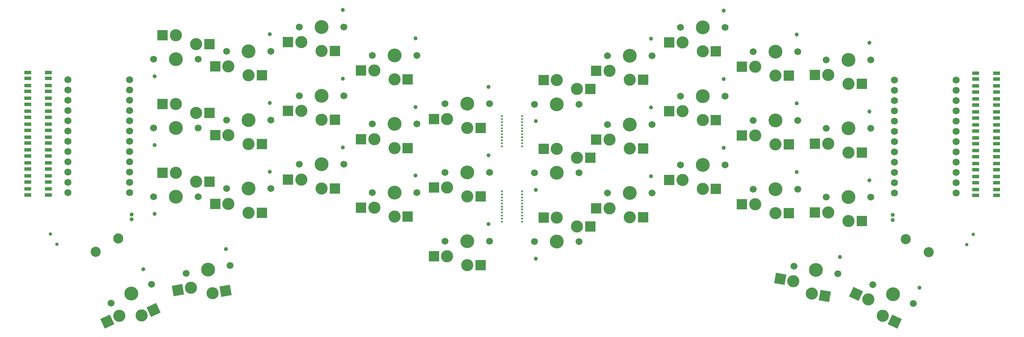
<source format=gbs>
G04 #@! TF.GenerationSoftware,KiCad,Pcbnew,7.0.6*
G04 #@! TF.CreationDate,2024-10-08T23:05:02+02:00*
G04 #@! TF.ProjectId,KoalaKeeb_v1,4b6f616c-614b-4656-9562-5f76312e6b69,rev?*
G04 #@! TF.SameCoordinates,Original*
G04 #@! TF.FileFunction,Soldermask,Bot*
G04 #@! TF.FilePolarity,Negative*
%FSLAX46Y46*%
G04 Gerber Fmt 4.6, Leading zero omitted, Abs format (unit mm)*
G04 Created by KiCad (PCBNEW 7.0.6) date 2024-10-08 23:05:02*
%MOMM*%
%LPD*%
G01*
G04 APERTURE LIST*
G04 Aperture macros list*
%AMRoundRect*
0 Rectangle with rounded corners*
0 $1 Rounding radius*
0 $2 $3 $4 $5 $6 $7 $8 $9 X,Y pos of 4 corners*
0 Add a 4 corners polygon primitive as box body*
4,1,4,$2,$3,$4,$5,$6,$7,$8,$9,$2,$3,0*
0 Add four circle primitives for the rounded corners*
1,1,$1+$1,$2,$3*
1,1,$1+$1,$4,$5*
1,1,$1+$1,$6,$7*
1,1,$1+$1,$8,$9*
0 Add four rect primitives between the rounded corners*
20,1,$1+$1,$2,$3,$4,$5,0*
20,1,$1+$1,$4,$5,$6,$7,0*
20,1,$1+$1,$6,$7,$8,$9,0*
20,1,$1+$1,$8,$9,$2,$3,0*%
%AMRotRect*
0 Rectangle, with rotation*
0 The origin of the aperture is its center*
0 $1 length*
0 $2 width*
0 $3 Rotation angle, in degrees counterclockwise*
0 Add horizontal line*
21,1,$1,$2,0,0,$3*%
G04 Aperture macros list end*
%ADD10C,0.500000*%
%ADD11C,1.701800*%
%ADD12C,3.000000*%
%ADD13C,3.429000*%
%ADD14C,0.990600*%
%ADD15R,2.600000X2.600000*%
%ADD16C,1.000000*%
%ADD17RotRect,2.600000X2.600000X350.000000*%
%ADD18C,2.500000*%
%ADD19RotRect,2.600000X2.600000X10.000000*%
%ADD20RotRect,2.600000X2.600000X25.000000*%
%ADD21C,0.850000*%
%ADD22RotRect,2.600000X2.600000X335.000000*%
%ADD23C,1.752600*%
%ADD24R,1.700000X0.820000*%
%ADD25RoundRect,0.205000X0.645000X0.205000X-0.645000X0.205000X-0.645000X-0.205000X0.645000X-0.205000X0*%
%ADD26RoundRect,0.205000X-0.645000X-0.205000X0.645000X-0.205000X0.645000X0.205000X-0.645000X0.205000X0*%
G04 APERTURE END LIST*
D10*
X149100000Y-81240000D03*
X154100000Y-81240000D03*
X149100000Y-80490000D03*
X149100000Y-80490000D03*
X154100000Y-80490000D03*
X154100000Y-80490000D03*
X149100000Y-79740000D03*
X154100000Y-79740000D03*
X149100000Y-78990000D03*
X154100000Y-78990000D03*
X149100000Y-78240000D03*
X154100000Y-78240000D03*
X149100000Y-77490000D03*
X154100000Y-77490000D03*
X149100000Y-76740000D03*
X154100000Y-76740000D03*
X149100000Y-75990000D03*
X154100000Y-75990000D03*
X149100000Y-75240000D03*
X154100000Y-75240000D03*
X149100000Y-74490000D03*
X154100000Y-74490000D03*
X149100000Y-73740000D03*
X154100000Y-73740000D03*
D11*
X229187880Y-58170610D03*
D12*
X229687880Y-61920610D03*
D13*
X234687880Y-58170610D03*
D12*
X234687880Y-64120610D03*
D14*
X239907880Y-53970610D03*
D11*
X240187880Y-58170610D03*
D15*
X237962880Y-64120610D03*
X226412880Y-61920610D03*
D16*
X57672447Y-79435017D03*
X57672447Y-80685017D03*
D11*
X135076447Y-69060017D03*
D12*
X135576447Y-72810017D03*
D13*
X140576447Y-69060017D03*
D12*
X140576447Y-75010017D03*
D14*
X145796447Y-64860017D03*
D11*
X146076447Y-69060017D03*
D15*
X143851447Y-75010017D03*
X132301447Y-72810017D03*
D11*
X221271437Y-92215545D03*
D12*
X221112661Y-95995398D03*
D13*
X226687880Y-93170610D03*
D12*
X225654673Y-99030216D03*
D14*
X232557899Y-89940861D03*
D11*
X232104323Y-94125675D03*
D17*
X228879919Y-99598914D03*
X217887415Y-95426700D03*
D11*
X117076447Y-40060017D03*
D12*
X117576447Y-43810017D03*
D13*
X122576447Y-40060017D03*
D12*
X122576447Y-46010017D03*
D14*
X127796447Y-35860017D03*
D11*
X128076447Y-40060017D03*
D15*
X125851447Y-46010017D03*
X114301447Y-43810017D03*
D10*
X149120000Y-62600000D03*
X154120000Y-62600000D03*
X149120000Y-61850000D03*
X149120000Y-61850000D03*
X154120000Y-61850000D03*
X154120000Y-61850000D03*
X149120000Y-61100000D03*
X154120000Y-61100000D03*
X149120000Y-60350000D03*
X154120000Y-60350000D03*
X149120000Y-59600000D03*
X154120000Y-59600000D03*
X149120000Y-58850000D03*
X154120000Y-58850000D03*
X149120000Y-58100000D03*
X154120000Y-58100000D03*
X149120000Y-57350000D03*
X154120000Y-57350000D03*
X149120000Y-56600000D03*
X154120000Y-56600000D03*
X149120000Y-55850000D03*
X154120000Y-55850000D03*
X149120000Y-55100000D03*
X154120000Y-55100000D03*
D18*
X254502463Y-88795610D03*
X248873297Y-85545610D03*
D11*
X81076447Y-56060017D03*
D12*
X81576447Y-59810017D03*
D13*
X86576447Y-56060017D03*
D12*
X86576447Y-62010017D03*
D14*
X91796447Y-51860017D03*
D11*
X92076447Y-56060017D03*
D15*
X89851447Y-62010017D03*
X78301447Y-59810017D03*
D11*
X74076447Y-58060017D03*
D12*
X73576447Y-54310017D03*
D13*
X68576447Y-58060017D03*
D12*
X68576447Y-52110017D03*
D14*
X63356447Y-62260017D03*
D11*
X63076447Y-58060017D03*
D15*
X65301447Y-52110017D03*
X76851447Y-54310017D03*
D11*
X211187880Y-39170610D03*
D12*
X211687880Y-42920610D03*
D13*
X216687880Y-39170610D03*
D12*
X216687880Y-45120610D03*
D14*
X221907880Y-34970610D03*
D11*
X222187880Y-39170610D03*
D15*
X219962880Y-45120610D03*
X208412880Y-42920610D03*
D11*
X229187880Y-75170610D03*
D12*
X229687880Y-78920610D03*
D13*
X234687880Y-75170610D03*
D12*
X234687880Y-81120610D03*
D14*
X239907880Y-70970610D03*
D11*
X240187880Y-75170610D03*
D15*
X237962880Y-81120610D03*
X226412880Y-78920610D03*
D11*
X81076447Y-73060017D03*
D12*
X81576447Y-76810017D03*
D13*
X86576447Y-73060017D03*
D12*
X86576447Y-79010017D03*
D14*
X91796447Y-68860017D03*
D11*
X92076447Y-73060017D03*
D15*
X89851447Y-79010017D03*
X78301447Y-76810017D03*
D11*
X71160004Y-94015082D03*
D12*
X72303589Y-97621287D03*
D13*
X76576447Y-93060017D03*
D12*
X77609654Y-98919623D03*
D14*
X80987821Y-88017381D03*
D11*
X81992890Y-92104952D03*
D19*
X80834899Y-98350925D03*
X69078344Y-98189985D03*
D11*
X81076447Y-39060017D03*
D12*
X81576447Y-42810017D03*
D13*
X86576447Y-39060017D03*
D12*
X86576447Y-45010017D03*
D14*
X91796447Y-34860017D03*
D11*
X92076447Y-39060017D03*
D15*
X89851447Y-45010017D03*
X78301447Y-42810017D03*
D11*
X52591754Y-101384417D03*
D12*
X54629727Y-104571763D03*
D13*
X57576447Y-99060017D03*
D12*
X60091026Y-104452548D03*
D14*
X60532377Y-93047457D03*
D11*
X62561140Y-96735617D03*
D20*
X63059184Y-103068474D03*
X51661569Y-105955837D03*
D21*
X37632707Y-84293525D03*
X39240187Y-86826509D03*
D11*
X117076447Y-57060017D03*
D12*
X117576447Y-60810017D03*
D13*
X122576447Y-57060017D03*
D12*
X122576447Y-63010017D03*
D14*
X127796447Y-52860017D03*
D11*
X128076447Y-57060017D03*
D15*
X125851447Y-63010017D03*
X114301447Y-60810017D03*
D11*
X168187880Y-52170610D03*
D12*
X167687880Y-48420610D03*
D13*
X162687880Y-52170610D03*
D12*
X162687880Y-46220610D03*
D14*
X157467880Y-56370610D03*
D11*
X157187880Y-52170610D03*
D15*
X159412880Y-46220610D03*
X170962880Y-48420610D03*
D11*
X175187880Y-74170610D03*
D12*
X175687880Y-77920610D03*
D13*
X180687880Y-74170610D03*
D12*
X180687880Y-80120610D03*
D14*
X185907880Y-69970610D03*
D11*
X186187880Y-74170610D03*
D15*
X183962880Y-80120610D03*
X172412880Y-77920610D03*
D11*
X99076447Y-67060017D03*
D12*
X99576447Y-70810017D03*
D13*
X104576447Y-67060017D03*
D12*
X104576447Y-73010017D03*
D14*
X109796447Y-62860017D03*
D11*
X110076447Y-67060017D03*
D15*
X107851447Y-73010017D03*
X96301447Y-70810017D03*
D11*
X193187880Y-50170610D03*
D12*
X193687880Y-53920610D03*
D13*
X198687880Y-50170610D03*
D12*
X198687880Y-56120610D03*
D14*
X203907880Y-45970610D03*
D11*
X204187880Y-50170610D03*
D15*
X201962880Y-56120610D03*
X190412880Y-53920610D03*
D21*
X263944140Y-86927102D03*
X265551620Y-84394118D03*
D11*
X240703187Y-96846210D03*
D12*
X239571523Y-100456173D03*
D13*
X245687880Y-99170610D03*
D12*
X243173301Y-104563141D03*
D14*
X252193803Y-97570185D03*
D11*
X250672573Y-101495010D03*
D22*
X246141459Y-105947216D03*
X236603365Y-99072098D03*
D16*
X245591880Y-80795610D03*
X245591880Y-79545610D03*
D11*
X117076447Y-74060017D03*
D12*
X117576447Y-77810017D03*
D13*
X122576447Y-74060017D03*
D12*
X122576447Y-80010017D03*
D14*
X127796447Y-69860017D03*
D11*
X128076447Y-74060017D03*
D15*
X125851447Y-80010017D03*
X114301447Y-77810017D03*
D11*
X168187880Y-69170610D03*
D12*
X167687880Y-65420610D03*
D13*
X162687880Y-69170610D03*
D12*
X162687880Y-63220610D03*
D14*
X157467880Y-73370610D03*
D11*
X157187880Y-69170610D03*
D15*
X159412880Y-63220610D03*
X170962880Y-65420610D03*
D23*
X246067880Y-46200610D03*
X246067880Y-48740610D03*
X246067880Y-51280610D03*
X246067880Y-53820610D03*
X246067880Y-56360610D03*
X246067880Y-58900610D03*
X246067880Y-61440610D03*
X246067880Y-63980610D03*
X246067880Y-66520610D03*
X246067880Y-69060610D03*
X246067880Y-71600610D03*
X246067880Y-74140610D03*
X261307880Y-74140610D03*
X261307880Y-71600610D03*
X261307880Y-69060610D03*
X261307880Y-66520610D03*
X261307880Y-63980610D03*
X261307880Y-61440610D03*
X261307880Y-58900610D03*
X261307880Y-56360610D03*
X261307880Y-53820610D03*
X261307880Y-51280610D03*
X261307880Y-48740610D03*
X261307880Y-46200610D03*
D11*
X193187880Y-67170610D03*
D12*
X193687880Y-70920610D03*
D13*
X198687880Y-67170610D03*
D12*
X198687880Y-73120610D03*
D14*
X203907880Y-62970610D03*
D11*
X204187880Y-67170610D03*
D15*
X201962880Y-73120610D03*
X190412880Y-70920610D03*
D11*
X193187880Y-33170610D03*
D12*
X193687880Y-36920610D03*
D13*
X198687880Y-33170610D03*
D12*
X198687880Y-39120610D03*
D14*
X203907880Y-28970610D03*
D11*
X204187880Y-33170610D03*
D15*
X201962880Y-39120610D03*
X190412880Y-36920610D03*
D11*
X229187880Y-41170610D03*
D12*
X229687880Y-44920610D03*
D13*
X234687880Y-41170610D03*
D12*
X234687880Y-47120610D03*
D14*
X239907880Y-36970610D03*
D11*
X240187880Y-41170610D03*
D15*
X237962880Y-47120610D03*
X226412880Y-44920610D03*
D11*
X74076447Y-75060017D03*
D12*
X73576447Y-71310017D03*
D13*
X68576447Y-75060017D03*
D12*
X68576447Y-69110017D03*
D14*
X63356447Y-79260017D03*
D11*
X63076447Y-75060017D03*
D15*
X65301447Y-69110017D03*
X76851447Y-71310017D03*
D11*
X211187880Y-73170610D03*
D12*
X211687880Y-76920610D03*
D13*
X216687880Y-73170610D03*
D12*
X216687880Y-79120610D03*
D14*
X221907880Y-68970610D03*
D11*
X222187880Y-73170610D03*
D15*
X219962880Y-79120610D03*
X208412880Y-76920610D03*
D11*
X135076447Y-86060017D03*
D12*
X135576447Y-89810017D03*
D13*
X140576447Y-86060017D03*
D12*
X140576447Y-92010017D03*
D14*
X145796447Y-81860017D03*
D11*
X146076447Y-86060017D03*
D15*
X143851447Y-92010017D03*
X132301447Y-89810017D03*
D11*
X175187880Y-40170610D03*
D12*
X175687880Y-43920610D03*
D13*
X180687880Y-40170610D03*
D12*
X180687880Y-46120610D03*
D14*
X185907880Y-35970610D03*
D11*
X186187880Y-40170610D03*
D15*
X183962880Y-46120610D03*
X172412880Y-43920610D03*
D11*
X74076447Y-41060017D03*
D12*
X73576447Y-37310017D03*
D13*
X68576447Y-41060017D03*
D12*
X68576447Y-35110017D03*
D14*
X63356447Y-45260017D03*
D11*
X63076447Y-41060017D03*
D15*
X65301447Y-35110017D03*
X76851447Y-37310017D03*
D18*
X54391030Y-85435017D03*
X48761864Y-88685017D03*
D23*
X41956447Y-46090017D03*
X41956447Y-48630017D03*
X41956447Y-51170017D03*
X41956447Y-53710017D03*
X41956447Y-56250017D03*
X41956447Y-58790017D03*
X41956447Y-61330017D03*
X41956447Y-63870017D03*
X41956447Y-66410017D03*
X41956447Y-68950017D03*
X41956447Y-71490017D03*
X41956447Y-74030017D03*
X57196447Y-74030017D03*
X57196447Y-71490017D03*
X57196447Y-68950017D03*
X57196447Y-66410017D03*
X57196447Y-63870017D03*
X57196447Y-61330017D03*
X57196447Y-58790017D03*
X57196447Y-56250017D03*
X57196447Y-53710017D03*
X57196447Y-51170017D03*
X57196447Y-48630017D03*
X57196447Y-46090017D03*
D11*
X99076447Y-33060017D03*
D12*
X99576447Y-36810017D03*
D13*
X104576447Y-33060017D03*
D12*
X104576447Y-39010017D03*
D14*
X109796447Y-28860017D03*
D11*
X110076447Y-33060017D03*
D15*
X107851447Y-39010017D03*
X96301447Y-36810017D03*
D11*
X99076447Y-50060017D03*
D12*
X99576447Y-53810017D03*
D13*
X104576447Y-50060017D03*
D12*
X104576447Y-56010017D03*
D14*
X109796447Y-45860017D03*
D11*
X110076447Y-50060017D03*
D15*
X107851447Y-56010017D03*
X96301447Y-53810017D03*
D11*
X135076447Y-52060017D03*
D12*
X135576447Y-55810017D03*
D13*
X140576447Y-52060017D03*
D12*
X140576447Y-58010017D03*
D14*
X145796447Y-47860017D03*
D11*
X146076447Y-52060017D03*
D15*
X143851447Y-58010017D03*
X132301447Y-55810017D03*
D11*
X175187880Y-57170610D03*
D12*
X175687880Y-60920610D03*
D13*
X180687880Y-57170610D03*
D12*
X180687880Y-63120610D03*
D14*
X185907880Y-52970610D03*
D11*
X186187880Y-57170610D03*
D15*
X183962880Y-63120610D03*
X172412880Y-60920610D03*
D11*
X211187880Y-56170610D03*
D12*
X211687880Y-59920610D03*
D13*
X216687880Y-56170610D03*
D12*
X216687880Y-62120610D03*
D14*
X221907880Y-51970610D03*
D11*
X222187880Y-56170610D03*
D15*
X219962880Y-62120610D03*
X208412880Y-59920610D03*
D11*
X168187880Y-86170610D03*
D12*
X167687880Y-82420610D03*
D13*
X162687880Y-86170610D03*
D12*
X162687880Y-80220610D03*
D14*
X157467880Y-90370610D03*
D11*
X157187880Y-86170610D03*
D15*
X159412880Y-80220610D03*
X170962880Y-82420610D03*
D24*
X37126447Y-74610017D03*
X37126447Y-73110017D03*
D25*
X32026447Y-73110017D03*
D24*
X32026447Y-74610017D03*
X271237880Y-52370610D03*
X271237880Y-50870610D03*
D25*
X266137880Y-50870610D03*
D24*
X266137880Y-52370610D03*
X37126447Y-61810017D03*
X37126447Y-60310017D03*
D25*
X32026447Y-60310017D03*
D24*
X32026447Y-61810017D03*
X32026447Y-57110017D03*
X32026447Y-58610017D03*
D26*
X37126447Y-58610017D03*
D24*
X37126447Y-57110017D03*
X271237880Y-71570610D03*
X271237880Y-70070610D03*
D25*
X266137880Y-70070610D03*
D24*
X266137880Y-71570610D03*
X271237880Y-45970610D03*
X271237880Y-44470610D03*
D25*
X266137880Y-44470610D03*
D24*
X266137880Y-45970610D03*
X271237880Y-58770610D03*
X271237880Y-57270610D03*
D25*
X266137880Y-57270610D03*
D24*
X266137880Y-58770610D03*
X37126447Y-49010017D03*
X37126447Y-47510017D03*
D25*
X32026447Y-47510017D03*
D24*
X32026447Y-49010017D03*
X32026447Y-44310017D03*
X32026447Y-45810017D03*
D26*
X37126447Y-45810017D03*
D24*
X37126447Y-44310017D03*
X271237880Y-65170610D03*
X271237880Y-63670610D03*
D25*
X266137880Y-63670610D03*
D24*
X266137880Y-65170610D03*
X32026447Y-69910017D03*
X32026447Y-71410017D03*
D26*
X37126447Y-71410017D03*
D24*
X37126447Y-69910017D03*
X37126447Y-68210017D03*
X37126447Y-66710017D03*
D25*
X32026447Y-66710017D03*
D24*
X32026447Y-68210017D03*
X32026447Y-50710017D03*
X32026447Y-52210017D03*
D26*
X37126447Y-52210017D03*
D24*
X37126447Y-50710017D03*
X266137880Y-60470610D03*
X266137880Y-61970610D03*
D26*
X271237880Y-61970610D03*
D24*
X271237880Y-60470610D03*
X37126447Y-55410017D03*
X37126447Y-53910017D03*
D25*
X32026447Y-53910017D03*
D24*
X32026447Y-55410017D03*
X32026447Y-63510017D03*
X32026447Y-65010017D03*
D26*
X37126447Y-65010017D03*
D24*
X37126447Y-63510017D03*
X266137880Y-47670610D03*
X266137880Y-49170610D03*
D26*
X271237880Y-49170610D03*
D24*
X271237880Y-47670610D03*
X266137880Y-54070610D03*
X266137880Y-55570610D03*
D26*
X271237880Y-55570610D03*
D24*
X271237880Y-54070610D03*
X266137880Y-66870610D03*
X266137880Y-68370610D03*
D26*
X271237880Y-68370610D03*
D24*
X271237880Y-66870610D03*
X266137880Y-73270610D03*
X266137880Y-74770610D03*
D26*
X271237880Y-74770610D03*
D24*
X271237880Y-73270610D03*
M02*

</source>
